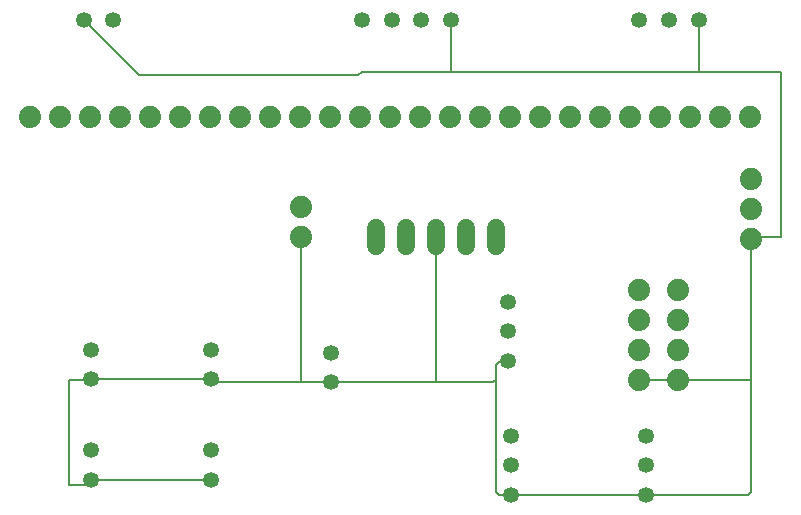
<source format=gbr>
G04 EAGLE Gerber RS-274X export*
G75*
%MOMM*%
%FSLAX34Y34*%
%LPD*%
%INBottom Copper*%
%IPPOS*%
%AMOC8*
5,1,8,0,0,1.08239X$1,22.5*%
G01*
G04 Define Apertures*
%ADD10C,1.524000*%
%ADD11C,1.879600*%
%ADD12C,1.348000*%
%ADD13C,0.152400*%
D10*
X317500Y246380D02*
X317500Y261620D01*
X342900Y261620D02*
X342900Y246380D01*
X368300Y246380D02*
X368300Y261620D01*
X393700Y261620D02*
X393700Y246380D01*
X419100Y246380D02*
X419100Y261620D01*
D11*
X539750Y158750D03*
X539750Y133350D03*
X572770Y158750D03*
X572770Y133350D03*
X24692Y355600D03*
X50092Y355600D03*
X75492Y355600D03*
X100892Y355600D03*
X126292Y355600D03*
X151692Y355600D03*
X177092Y355600D03*
X202492Y355600D03*
X227892Y355600D03*
X253292Y355600D03*
X278692Y355600D03*
X304092Y355600D03*
X329492Y355600D03*
X354892Y355600D03*
X380292Y355600D03*
X405692Y355600D03*
X431092Y355600D03*
X456492Y355600D03*
X481892Y355600D03*
X507292Y355600D03*
X532692Y355600D03*
X558092Y355600D03*
X583492Y355600D03*
X608892Y355600D03*
X634292Y355600D03*
X635000Y252730D03*
X635000Y278130D03*
X635000Y303530D03*
X539750Y209550D03*
X539750Y184150D03*
X572770Y209550D03*
X572770Y184150D03*
X254000Y279400D03*
X254000Y254000D03*
D12*
X546100Y85950D03*
X546100Y60950D03*
X546100Y35950D03*
X429369Y199282D03*
X429412Y174282D03*
X429456Y149282D03*
X431800Y85950D03*
X431800Y60950D03*
X431800Y35950D03*
X590550Y437800D03*
X565550Y437800D03*
X540550Y437800D03*
X76200Y158750D03*
X76200Y133750D03*
X76200Y73650D03*
X76200Y48650D03*
X279400Y156200D03*
X279400Y131200D03*
X177800Y158750D03*
X177800Y133750D03*
X177800Y73650D03*
X177800Y48650D03*
X69850Y438150D03*
X94850Y438150D03*
X381000Y438200D03*
X356000Y438200D03*
X331000Y438200D03*
X306000Y438200D03*
D13*
X635000Y252730D02*
X635000Y133350D01*
X635000Y38100D01*
X632850Y35950D01*
X546100Y35950D01*
X431800Y35950D01*
X421250Y35950D01*
X419100Y38100D01*
X419100Y133350D01*
X419100Y146050D01*
X422332Y149282D01*
X429456Y149282D01*
X368300Y131200D02*
X279400Y131200D01*
X368300Y131200D02*
X416950Y131200D01*
X419100Y133350D01*
X279400Y131200D02*
X254000Y131200D01*
X180350Y131200D01*
X177800Y133750D01*
X76200Y133750D01*
X75800Y133350D01*
X57150Y133350D01*
X57150Y44450D01*
X72000Y44450D01*
X76200Y48650D01*
X177800Y48650D01*
X254000Y131200D02*
X254000Y254000D01*
X635000Y252730D02*
X636270Y254000D01*
X660400Y254000D01*
X572770Y133350D02*
X539750Y133350D01*
X572770Y133350D02*
X635000Y133350D01*
X381000Y393700D02*
X381000Y438200D01*
X660400Y393700D02*
X660400Y254000D01*
X590550Y393700D02*
X381000Y393700D01*
X590550Y393700D02*
X590550Y437800D01*
X590550Y393700D02*
X660400Y393700D01*
X368300Y254000D02*
X368300Y131200D01*
X302589Y391074D02*
X305215Y393700D01*
X381000Y393700D01*
X116926Y391074D02*
X69850Y438150D01*
X116926Y391074D02*
X302589Y391074D01*
M02*

</source>
